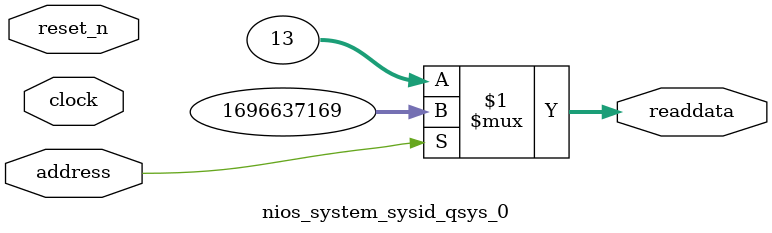
<source format=v>



// synthesis translate_off
`timescale 1ns / 1ps
// synthesis translate_on

// turn off superfluous verilog processor warnings 
// altera message_level Level1 
// altera message_off 10034 10035 10036 10037 10230 10240 10030 

module nios_system_sysid_qsys_0 (
               // inputs:
                address,
                clock,
                reset_n,

               // outputs:
                readdata
             )
;

  output  [ 31: 0] readdata;
  input            address;
  input            clock;
  input            reset_n;

  wire    [ 31: 0] readdata;
  //control_slave, which is an e_avalon_slave
  assign readdata = address ? 1696637169 : 13;

endmodule



</source>
